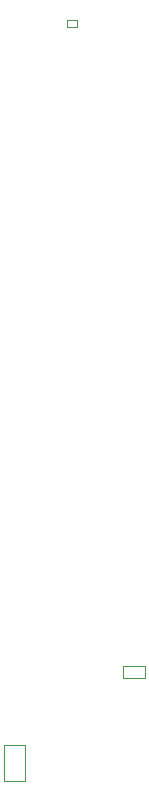
<source format=gbr>
%TF.GenerationSoftware,Altium Limited,Altium Designer,20.0.11 (256)*%
G04 Layer_Color=8388736*
%FSLAX26Y26*%
%MOIN*%
%TF.FileFunction,Other,Top_Assembly*%
%TF.Part,Single*%
G01*
G75*
%TA.AperFunction,NonConductor*%
%ADD111C,0.003937*%
D111*
X619551Y871039D02*
X688449D01*
X619551Y750961D02*
X688449D01*
X619551D02*
Y871039D01*
X688449Y750961D02*
Y871039D01*
X828492Y3264205D02*
X861957D01*
X828492D02*
Y3289795D01*
X861957Y3264205D02*
Y3289795D01*
X828492D02*
X861957D01*
X1017047Y1095079D02*
Y1136417D01*
X1089882Y1095079D02*
Y1136417D01*
X1017047D02*
X1089882D01*
X1017047Y1095079D02*
X1089882D01*
%TF.MD5,b19f500579f72e91de62ecb5f37db5b1*%
M02*

</source>
